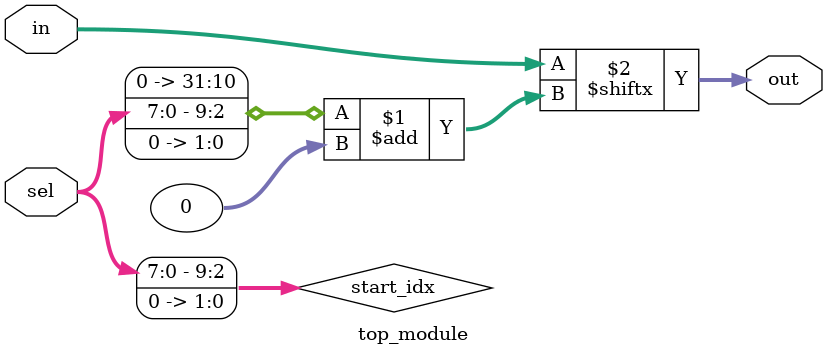
<source format=sv>
module top_module (
    input [1023:0] in,
    input [7:0] sel,
    output [3:0] out
);
    // Calculate the starting index based on the selection vector
    wire [9:0] start_idx = {sel, 2'b00}; // sel*4 = sel << 2

    // Extract the 4-bit block from the input vector starting from the calculated index
    assign out = in[start_idx +: 4];

endmodule

</source>
